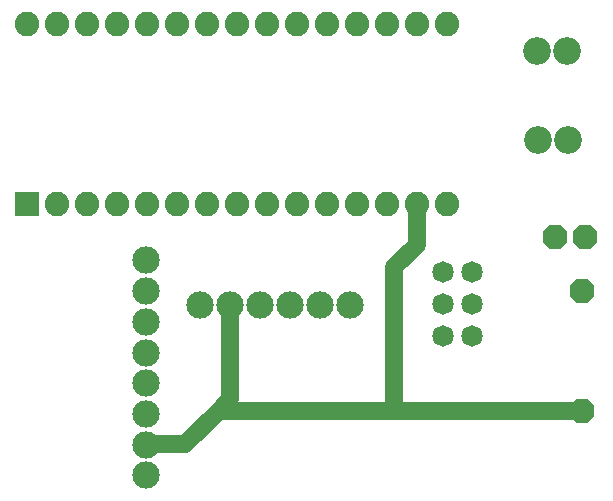
<source format=gbr>
G04 EAGLE Gerber RS-274X export*
G75*
%MOMM*%
%FSLAX34Y34*%
%LPD*%
%INTop Copper*%
%IPPOS*%
%AMOC8*
5,1,8,0,0,1.08239X$1,22.5*%
G01*
%ADD10R,2.080000X2.080000*%
%ADD11C,2.080000*%
%ADD12P,2.287394X8X202.500000*%
%ADD13P,2.287394X8X112.500000*%
%ADD14C,2.316600*%
%ADD15C,2.340000*%
%ADD16C,1.820000*%
%ADD17C,1.500000*%


D10*
X88900Y424020D03*
D11*
X114300Y424020D03*
X139700Y424020D03*
X165100Y424020D03*
X190500Y424020D03*
X215900Y424020D03*
X241300Y424020D03*
X266700Y424020D03*
X292100Y424020D03*
X317500Y424020D03*
X342900Y424020D03*
X368300Y424020D03*
X393700Y424020D03*
X419100Y424020D03*
X444500Y424020D03*
X444500Y576420D03*
X419100Y576420D03*
X393700Y576420D03*
X368300Y576420D03*
X342900Y576420D03*
X317500Y576420D03*
X292100Y576420D03*
X266700Y576420D03*
X241300Y576420D03*
X215900Y576420D03*
X190500Y576420D03*
X165100Y576420D03*
X139700Y576420D03*
X114300Y576420D03*
X88900Y576420D03*
D12*
X561680Y395650D03*
X536280Y395650D03*
D13*
X558800Y248300D03*
X558800Y349900D03*
D14*
X235455Y337900D03*
X260855Y337900D03*
X286255Y337900D03*
X311655Y337900D03*
X337055Y337900D03*
X362455Y337900D03*
X189635Y193905D03*
X189635Y219905D03*
X189635Y245905D03*
X189635Y271905D03*
X189635Y297905D03*
X189635Y323905D03*
X189635Y349905D03*
X189635Y375905D03*
D15*
X546600Y553100D03*
X521200Y553100D03*
X546920Y477740D03*
X521520Y477740D03*
D16*
X441114Y365788D03*
X441114Y338788D03*
X441114Y311788D03*
X466114Y365788D03*
X466114Y338788D03*
X466114Y311788D03*
D17*
X223044Y220330D02*
X190060Y220330D01*
X189635Y219905D01*
X260855Y258141D02*
X260855Y337900D01*
X251357Y248643D02*
X223044Y220330D01*
X251357Y248643D02*
X260855Y258141D01*
X251357Y248643D02*
X251700Y248300D01*
X400000Y248300D02*
X558800Y248300D01*
X400000Y248300D02*
X251700Y248300D01*
X400000Y370000D02*
X419100Y389100D01*
X400000Y370000D02*
X400000Y248300D01*
X419100Y389100D02*
X419100Y424020D01*
M02*

</source>
